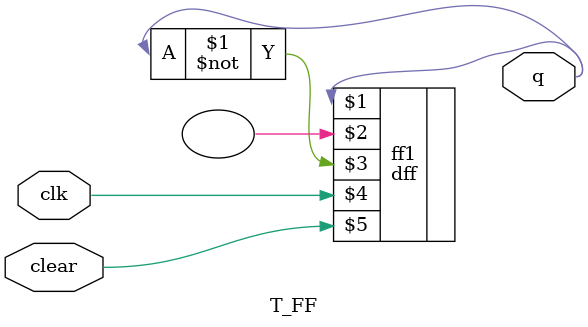
<source format=v>
module T_FF(q, clk, clear);

output q;
input clk, clear;

dff ff1(q, ,~q, clk, clear);

endmodule


</source>
